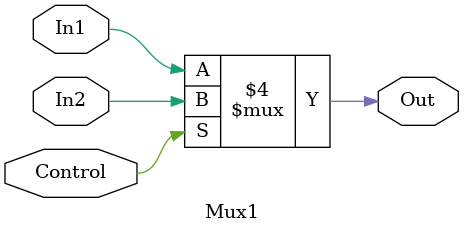
<source format=sv>
module Mux1(input logic In1, In2, Control, output logic Out);
	always_comb begin
		if(Control == 0)
			Out <= In1;
		else 
			Out <= In2;
	end

endmodule // mux
</source>
